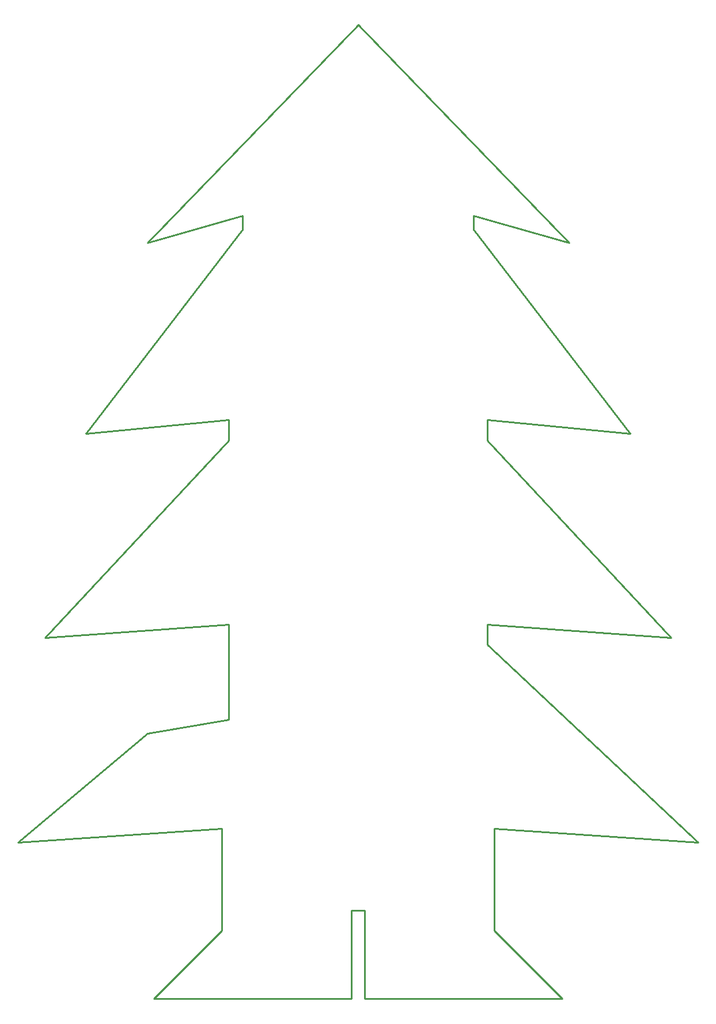
<source format=gbr>
G04 start of page 4 for group 6 idx 6 *
G04 Title: (unknown), outline *
G04 Creator: pcb 20140316 *
G04 CreationDate: Wed 05 Dec 2018 13:19:10 GMT UTC *
G04 For: david *
G04 Format: Gerber/RS-274X *
G04 PCB-Dimensions (mil): 5803.15 7874.02 *
G04 PCB-Coordinate-Origin: lower left *
%MOIN*%
%FSLAX25Y25*%
%LNOUTLINE*%
%ADD51C,0.0100*%
G54D51*X122047Y547244D02*X15748Y433071D01*
X122047Y440945D01*
Y429134D01*
X0Y314961D02*X118110Y322835D01*
X122047Y385827D02*Y433071D01*
X118110Y322835D02*Y263780D01*
X74803Y377953D02*X0Y314961D01*
X74803Y377953D02*X122047Y385827D01*
X192913Y224409D02*X78740D01*
X118110Y263780D01*
X129921Y669291D02*X39370Y551181D01*
X122047Y559055D01*
Y547244D01*
X196850Y787402D02*X74803Y661417D01*
X129921Y677165D01*
Y669291D01*
X196850Y787402D02*X318898Y661417D01*
X263780Y677165D01*
Y669291D01*
X354331Y551181D01*
X271654Y559055D01*
Y547244D01*
X377953Y433071D01*
X393701Y314961D02*X275591Y322835D01*
X271654Y429134D02*X393701Y314961D01*
X377953Y433071D02*X271654Y440945D01*
Y429134D01*
X192913Y224409D02*Y275591D01*
X200787D01*
Y224409D01*
X275591Y263780D02*Y322835D01*
X200787Y224409D02*X314961D01*
X275591Y263780D01*
M02*

</source>
